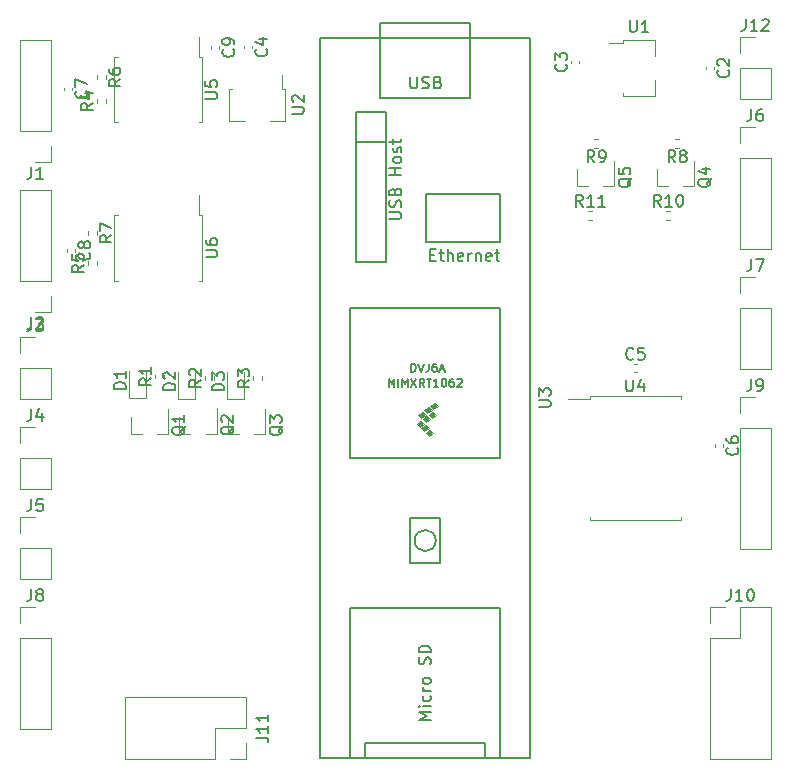
<source format=gbr>
%TF.GenerationSoftware,KiCad,Pcbnew,(5.1.9-0-10_14)*%
%TF.CreationDate,2021-04-06T21:39:04+02:00*%
%TF.ProjectId,Silviaduino,53696c76-6961-4647-9569-6e6f2e6b6963,rev?*%
%TF.SameCoordinates,Original*%
%TF.FileFunction,Legend,Top*%
%TF.FilePolarity,Positive*%
%FSLAX46Y46*%
G04 Gerber Fmt 4.6, Leading zero omitted, Abs format (unit mm)*
G04 Created by KiCad (PCBNEW (5.1.9-0-10_14)) date 2021-04-06 21:39:04*
%MOMM*%
%LPD*%
G01*
G04 APERTURE LIST*
%ADD10C,0.120000*%
%ADD11C,0.100000*%
%ADD12C,0.150000*%
G04 APERTURE END LIST*
D10*
%TO.C,J1*%
X156270000Y-62544000D02*
X154940000Y-62544000D01*
X156270000Y-61214000D02*
X156270000Y-62544000D01*
X156270000Y-59944000D02*
X153610000Y-59944000D01*
X153610000Y-59944000D02*
X153610000Y-52264000D01*
X156270000Y-59944000D02*
X156270000Y-52264000D01*
X156270000Y-52264000D02*
X153610000Y-52264000D01*
%TO.C,R11*%
X201778359Y-67436000D02*
X202085641Y-67436000D01*
X201778359Y-66676000D02*
X202085641Y-66676000D01*
%TO.C,R10*%
X208382359Y-67436000D02*
X208689641Y-67436000D01*
X208382359Y-66676000D02*
X208689641Y-66676000D01*
%TO.C,R9*%
X202591641Y-60580000D02*
X202284359Y-60580000D01*
X202591641Y-61340000D02*
X202284359Y-61340000D01*
%TO.C,R8*%
X209447641Y-60580000D02*
X209140359Y-60580000D01*
X209447641Y-61340000D02*
X209140359Y-61340000D01*
%TO.C,R7*%
X159386000Y-68426359D02*
X159386000Y-68733641D01*
X160146000Y-68426359D02*
X160146000Y-68733641D01*
%TO.C,R6*%
X160148000Y-55220359D02*
X160148000Y-55527641D01*
X160908000Y-55220359D02*
X160908000Y-55527641D01*
%TO.C,R5*%
X160146000Y-71273641D02*
X160146000Y-70966359D01*
X159386000Y-71273641D02*
X159386000Y-70966359D01*
%TO.C,R4*%
X160908000Y-57557641D02*
X160908000Y-57250359D01*
X160148000Y-57557641D02*
X160148000Y-57250359D01*
%TO.C,R3*%
X174166800Y-81029241D02*
X174166800Y-80721959D01*
X173406800Y-81029241D02*
X173406800Y-80721959D01*
%TO.C,R2*%
X170052000Y-81001841D02*
X170052000Y-80694559D01*
X169292000Y-81001841D02*
X169292000Y-80694559D01*
%TO.C,R1*%
X165861000Y-80874841D02*
X165861000Y-80567559D01*
X165101000Y-80874841D02*
X165101000Y-80567559D01*
%TO.C,C9*%
X169820000Y-52752164D02*
X169820000Y-52967836D01*
X170540000Y-52752164D02*
X170540000Y-52967836D01*
%TO.C,C8*%
X157628000Y-69968164D02*
X157628000Y-70183836D01*
X158348000Y-69968164D02*
X158348000Y-70183836D01*
%TO.C,C7*%
X157374000Y-56280164D02*
X157374000Y-56495836D01*
X158094000Y-56280164D02*
X158094000Y-56495836D01*
%TO.C,C6*%
X212492000Y-86478164D02*
X212492000Y-86693836D01*
X213212000Y-86478164D02*
X213212000Y-86693836D01*
%TO.C,C5*%
X205632164Y-80370000D02*
X205847836Y-80370000D01*
X205632164Y-79650000D02*
X205847836Y-79650000D01*
%TO.C,C4*%
X172614000Y-52724164D02*
X172614000Y-52939836D01*
X173334000Y-52724164D02*
X173334000Y-52939836D01*
%TO.C,C3*%
X201020000Y-54222836D02*
X201020000Y-54007164D01*
X200300000Y-54222836D02*
X200300000Y-54007164D01*
%TO.C,C2*%
X211730000Y-54502164D02*
X211730000Y-54717836D01*
X212450000Y-54502164D02*
X212450000Y-54717836D01*
%TO.C,J12*%
X214570000Y-52010000D02*
X215900000Y-52010000D01*
X214570000Y-53340000D02*
X214570000Y-52010000D01*
X214570000Y-54610000D02*
X217230000Y-54610000D01*
X217230000Y-54610000D02*
X217230000Y-57210000D01*
X214570000Y-54610000D02*
X214570000Y-57210000D01*
X214570000Y-57210000D02*
X217230000Y-57210000D01*
%TO.C,U6*%
X168789000Y-67090000D02*
X168789000Y-65400000D01*
X169064000Y-67090000D02*
X168789000Y-67090000D01*
X169064000Y-69850000D02*
X169064000Y-67090000D01*
X169064000Y-72610000D02*
X168789000Y-72610000D01*
X169064000Y-69850000D02*
X169064000Y-72610000D01*
X161644000Y-67090000D02*
X161919000Y-67090000D01*
X161644000Y-69850000D02*
X161644000Y-67090000D01*
X161644000Y-72610000D02*
X161919000Y-72610000D01*
X161644000Y-69850000D02*
X161644000Y-72610000D01*
%TO.C,U5*%
X168778000Y-53684000D02*
X168778000Y-51994000D01*
X169053000Y-53684000D02*
X168778000Y-53684000D01*
X169053000Y-56444000D02*
X169053000Y-53684000D01*
X169053000Y-59204000D02*
X168778000Y-59204000D01*
X169053000Y-56444000D02*
X169053000Y-59204000D01*
X161633000Y-53684000D02*
X161908000Y-53684000D01*
X161633000Y-56444000D02*
X161633000Y-53684000D01*
X161633000Y-59204000D02*
X161908000Y-59204000D01*
X161633000Y-56444000D02*
X161633000Y-59204000D01*
%TO.C,U4*%
X201880000Y-82625000D02*
X200065000Y-82625000D01*
X201880000Y-82370000D02*
X201880000Y-82625000D01*
X205740000Y-82370000D02*
X201880000Y-82370000D01*
X209600000Y-82370000D02*
X209600000Y-82625000D01*
X205740000Y-82370000D02*
X209600000Y-82370000D01*
X201880000Y-92890000D02*
X201880000Y-92635000D01*
X205740000Y-92890000D02*
X201880000Y-92890000D01*
X209600000Y-92890000D02*
X209600000Y-92635000D01*
X205740000Y-92890000D02*
X209600000Y-92890000D01*
D11*
%TO.C,U3*%
G36*
X188267000Y-85747000D02*
G01*
X188013000Y-85493000D01*
X188394000Y-85239000D01*
X188648000Y-85493000D01*
X188267000Y-85747000D01*
G37*
X188267000Y-85747000D02*
X188013000Y-85493000D01*
X188394000Y-85239000D01*
X188648000Y-85493000D01*
X188267000Y-85747000D01*
G36*
X187886000Y-85366000D02*
G01*
X187632000Y-85112000D01*
X188013000Y-84858000D01*
X188267000Y-85112000D01*
X187886000Y-85366000D01*
G37*
X187886000Y-85366000D02*
X187632000Y-85112000D01*
X188013000Y-84858000D01*
X188267000Y-85112000D01*
X187886000Y-85366000D01*
G36*
X188648000Y-83461000D02*
G01*
X188394000Y-83207000D01*
X188775000Y-82953000D01*
X189029000Y-83207000D01*
X188648000Y-83461000D01*
G37*
X188648000Y-83461000D02*
X188394000Y-83207000D01*
X188775000Y-82953000D01*
X189029000Y-83207000D01*
X188648000Y-83461000D01*
G36*
X188140000Y-83842000D02*
G01*
X187886000Y-83588000D01*
X188267000Y-83334000D01*
X188521000Y-83588000D01*
X188140000Y-83842000D01*
G37*
X188140000Y-83842000D02*
X187886000Y-83588000D01*
X188267000Y-83334000D01*
X188521000Y-83588000D01*
X188140000Y-83842000D01*
G36*
X187632000Y-84223000D02*
G01*
X187378000Y-83969000D01*
X187759000Y-83715000D01*
X188013000Y-83969000D01*
X187632000Y-84223000D01*
G37*
X187632000Y-84223000D02*
X187378000Y-83969000D01*
X187759000Y-83715000D01*
X188013000Y-83969000D01*
X187632000Y-84223000D01*
G36*
X188521000Y-84223000D02*
G01*
X188267000Y-83969000D01*
X188648000Y-83715000D01*
X188902000Y-83969000D01*
X188521000Y-84223000D01*
G37*
X188521000Y-84223000D02*
X188267000Y-83969000D01*
X188648000Y-83715000D01*
X188902000Y-83969000D01*
X188521000Y-84223000D01*
G36*
X188013000Y-84604000D02*
G01*
X187759000Y-84350000D01*
X188140000Y-84096000D01*
X188394000Y-84350000D01*
X188013000Y-84604000D01*
G37*
X188013000Y-84604000D02*
X187759000Y-84350000D01*
X188140000Y-84096000D01*
X188394000Y-84350000D01*
X188013000Y-84604000D01*
G36*
X187505000Y-84985000D02*
G01*
X187251000Y-84731000D01*
X187632000Y-84477000D01*
X187886000Y-84731000D01*
X187505000Y-84985000D01*
G37*
X187505000Y-84985000D02*
X187251000Y-84731000D01*
X187632000Y-84477000D01*
X187886000Y-84731000D01*
X187505000Y-84985000D01*
D12*
X179070000Y-52070000D02*
X196850000Y-52070000D01*
X179070000Y-113030000D02*
X179070000Y-52070000D01*
X196850000Y-113030000D02*
X179070000Y-113030000D01*
X196850000Y-52070000D02*
X196850000Y-113030000D01*
X184150000Y-57150000D02*
X184150000Y-52070000D01*
X191770000Y-57150000D02*
X191770000Y-52070000D01*
X184150000Y-57150000D02*
X191770000Y-57150000D01*
X191770000Y-50800000D02*
X191770000Y-52070000D01*
X184150000Y-50800000D02*
X191770000Y-50800000D01*
X184150000Y-52070000D02*
X184150000Y-50800000D01*
X194310000Y-113030000D02*
X194310000Y-100330000D01*
X194310000Y-100330000D02*
X181610000Y-100330000D01*
X181610000Y-100330000D02*
X181610000Y-113030000D01*
X193040000Y-113030000D02*
X193040000Y-111760000D01*
X193040000Y-111760000D02*
X182880000Y-111760000D01*
X182880000Y-111760000D02*
X182880000Y-113030000D01*
X189230000Y-96520000D02*
X186690000Y-96520000D01*
X186690000Y-96520000D02*
X186690000Y-92710000D01*
X186690000Y-92710000D02*
X189230000Y-92710000D01*
X189230000Y-92710000D02*
X189230000Y-96520000D01*
X184660800Y-58369200D02*
X184660800Y-71069200D01*
X184660800Y-71069200D02*
X182120800Y-71069200D01*
X182120800Y-71069200D02*
X182120800Y-58369200D01*
X182120800Y-58369200D02*
X184660800Y-58369200D01*
X184660800Y-58369200D02*
X184660800Y-60909200D01*
X184660800Y-60909200D02*
X182120800Y-60909200D01*
X194061600Y-65300000D02*
X188061600Y-65300000D01*
X188061600Y-65300000D02*
X188061600Y-69300000D01*
X188061600Y-69300000D02*
X194311600Y-69300000D01*
X194311600Y-69300000D02*
X194311600Y-65300000D01*
X194311600Y-65300000D02*
X194061600Y-65300000D01*
X181610000Y-74930000D02*
X181610000Y-87630000D01*
X181610000Y-87630000D02*
X194310000Y-87630000D01*
X194310000Y-87630000D02*
X194310000Y-74930000D01*
X194310000Y-74930000D02*
X181610000Y-74930000D01*
X188858026Y-94615000D02*
G75*
G03*
X188858026Y-94615000I-898026J0D01*
G01*
D10*
%TO.C,U2*%
X171376000Y-56344000D02*
X171606000Y-56344000D01*
X176096000Y-56344000D02*
X175866000Y-56344000D01*
X176096000Y-56344000D02*
X176096000Y-59064000D01*
X176096000Y-59064000D02*
X174786000Y-59064000D01*
X175866000Y-55204000D02*
X175866000Y-56344000D01*
X171376000Y-59064000D02*
X171376000Y-56344000D01*
X172686000Y-59064000D02*
X171376000Y-59064000D01*
%TO.C,U1*%
X204680000Y-56970000D02*
X204680000Y-56740000D01*
X204680000Y-52250000D02*
X204680000Y-52480000D01*
X204680000Y-52250000D02*
X207400000Y-52250000D01*
X207400000Y-52250000D02*
X207400000Y-53560000D01*
X203540000Y-52480000D02*
X204680000Y-52480000D01*
X207400000Y-56970000D02*
X204680000Y-56970000D01*
X207400000Y-55660000D02*
X207400000Y-56970000D01*
%TO.C,Q5*%
X200790000Y-64602000D02*
X200790000Y-63142000D01*
X203950000Y-64602000D02*
X203950000Y-62442000D01*
X203950000Y-64602000D02*
X203020000Y-64602000D01*
X200790000Y-64602000D02*
X201720000Y-64602000D01*
%TO.C,Q4*%
X207552000Y-64602000D02*
X207552000Y-63142000D01*
X210712000Y-64602000D02*
X210712000Y-62442000D01*
X210712000Y-64602000D02*
X209782000Y-64602000D01*
X207552000Y-64602000D02*
X208482000Y-64602000D01*
%TO.C,Q3*%
X171267000Y-85596000D02*
X171267000Y-84136000D01*
X174427000Y-85596000D02*
X174427000Y-83436000D01*
X174427000Y-85596000D02*
X173497000Y-85596000D01*
X171267000Y-85596000D02*
X172197000Y-85596000D01*
%TO.C,Q2*%
X167142000Y-85580000D02*
X167142000Y-84120000D01*
X170302000Y-85580000D02*
X170302000Y-83420000D01*
X170302000Y-85580000D02*
X169372000Y-85580000D01*
X167142000Y-85580000D02*
X168072000Y-85580000D01*
%TO.C,Q1*%
X163012000Y-85596000D02*
X163012000Y-84136000D01*
X166172000Y-85596000D02*
X166172000Y-83436000D01*
X166172000Y-85596000D02*
X165242000Y-85596000D01*
X163012000Y-85596000D02*
X163942000Y-85596000D01*
%TO.C,J11*%
X172780000Y-111760000D02*
X172780000Y-113090000D01*
X172780000Y-113090000D02*
X171450000Y-113090000D01*
X172780000Y-110490000D02*
X170180000Y-110490000D01*
X170180000Y-110490000D02*
X170180000Y-113090000D01*
X170180000Y-113090000D02*
X162500000Y-113090000D01*
X162500000Y-107890000D02*
X162500000Y-113090000D01*
X172780000Y-107890000D02*
X162500000Y-107890000D01*
X172780000Y-107890000D02*
X172780000Y-110490000D01*
%TO.C,J10*%
X212030000Y-100270000D02*
X213360000Y-100270000D01*
X212030000Y-101600000D02*
X212030000Y-100270000D01*
X214630000Y-100270000D02*
X217230000Y-100270000D01*
X214630000Y-102870000D02*
X214630000Y-100270000D01*
X212030000Y-102870000D02*
X214630000Y-102870000D01*
X217230000Y-100270000D02*
X217230000Y-113090000D01*
X212030000Y-102870000D02*
X212030000Y-113090000D01*
X212030000Y-113090000D02*
X217230000Y-113090000D01*
%TO.C,J9*%
X214570000Y-82490000D02*
X215900000Y-82490000D01*
X214570000Y-83820000D02*
X214570000Y-82490000D01*
X214570000Y-85090000D02*
X217230000Y-85090000D01*
X217230000Y-85090000D02*
X217230000Y-95310000D01*
X214570000Y-85090000D02*
X214570000Y-95310000D01*
X214570000Y-95310000D02*
X217230000Y-95310000D01*
%TO.C,J8*%
X153610000Y-100270000D02*
X154940000Y-100270000D01*
X153610000Y-101600000D02*
X153610000Y-100270000D01*
X153610000Y-102870000D02*
X156270000Y-102870000D01*
X156270000Y-102870000D02*
X156270000Y-110550000D01*
X153610000Y-102870000D02*
X153610000Y-110550000D01*
X153610000Y-110550000D02*
X156270000Y-110550000D01*
%TO.C,J7*%
X214570000Y-72330000D02*
X215900000Y-72330000D01*
X214570000Y-73660000D02*
X214570000Y-72330000D01*
X214570000Y-74930000D02*
X217230000Y-74930000D01*
X217230000Y-74930000D02*
X217230000Y-80070000D01*
X214570000Y-74930000D02*
X214570000Y-80070000D01*
X214570000Y-80070000D02*
X217230000Y-80070000D01*
%TO.C,J6*%
X214570000Y-59630000D02*
X215900000Y-59630000D01*
X214570000Y-60960000D02*
X214570000Y-59630000D01*
X214570000Y-62230000D02*
X217230000Y-62230000D01*
X217230000Y-62230000D02*
X217230000Y-69910000D01*
X214570000Y-62230000D02*
X214570000Y-69910000D01*
X214570000Y-69910000D02*
X217230000Y-69910000D01*
%TO.C,J5*%
X153610000Y-92650000D02*
X154940000Y-92650000D01*
X153610000Y-93980000D02*
X153610000Y-92650000D01*
X153610000Y-95250000D02*
X156270000Y-95250000D01*
X156270000Y-95250000D02*
X156270000Y-97850000D01*
X153610000Y-95250000D02*
X153610000Y-97850000D01*
X153610000Y-97850000D02*
X156270000Y-97850000D01*
%TO.C,J4*%
X153610000Y-85030000D02*
X154940000Y-85030000D01*
X153610000Y-86360000D02*
X153610000Y-85030000D01*
X153610000Y-87630000D02*
X156270000Y-87630000D01*
X156270000Y-87630000D02*
X156270000Y-90230000D01*
X153610000Y-87630000D02*
X153610000Y-90230000D01*
X153610000Y-90230000D02*
X156270000Y-90230000D01*
%TO.C,J3*%
X153610000Y-77410000D02*
X154940000Y-77410000D01*
X153610000Y-78740000D02*
X153610000Y-77410000D01*
X153610000Y-80010000D02*
X156270000Y-80010000D01*
X156270000Y-80010000D02*
X156270000Y-82610000D01*
X153610000Y-80010000D02*
X153610000Y-82610000D01*
X153610000Y-82610000D02*
X156270000Y-82610000D01*
%TO.C,J2*%
X156270000Y-75244000D02*
X154940000Y-75244000D01*
X156270000Y-73914000D02*
X156270000Y-75244000D01*
X156270000Y-72644000D02*
X153610000Y-72644000D01*
X153610000Y-72644000D02*
X153610000Y-64964000D01*
X156270000Y-72644000D02*
X156270000Y-64964000D01*
X156270000Y-64964000D02*
X153610000Y-64964000D01*
%TO.C,D3*%
X172642200Y-82638100D02*
X172642200Y-80353100D01*
X171172200Y-82638100D02*
X172642200Y-82638100D01*
X171172200Y-80353100D02*
X171172200Y-82638100D01*
%TO.C,D2*%
X168502000Y-82612500D02*
X168502000Y-80327500D01*
X167032000Y-82612500D02*
X168502000Y-82612500D01*
X167032000Y-80327500D02*
X167032000Y-82612500D01*
%TO.C,D1*%
X164311000Y-82511000D02*
X164311000Y-80226000D01*
X162841000Y-82511000D02*
X164311000Y-82511000D01*
X162841000Y-80226000D02*
X162841000Y-82511000D01*
%TO.C,J1*%
D12*
X154606666Y-62996380D02*
X154606666Y-63710666D01*
X154559047Y-63853523D01*
X154463809Y-63948761D01*
X154320952Y-63996380D01*
X154225714Y-63996380D01*
X155606666Y-63996380D02*
X155035238Y-63996380D01*
X155320952Y-63996380D02*
X155320952Y-62996380D01*
X155225714Y-63139238D01*
X155130476Y-63234476D01*
X155035238Y-63282095D01*
%TO.C,R11*%
X201289142Y-66338380D02*
X200955809Y-65862190D01*
X200717714Y-66338380D02*
X200717714Y-65338380D01*
X201098666Y-65338380D01*
X201193904Y-65386000D01*
X201241523Y-65433619D01*
X201289142Y-65528857D01*
X201289142Y-65671714D01*
X201241523Y-65766952D01*
X201193904Y-65814571D01*
X201098666Y-65862190D01*
X200717714Y-65862190D01*
X202241523Y-66338380D02*
X201670095Y-66338380D01*
X201955809Y-66338380D02*
X201955809Y-65338380D01*
X201860571Y-65481238D01*
X201765333Y-65576476D01*
X201670095Y-65624095D01*
X203193904Y-66338380D02*
X202622476Y-66338380D01*
X202908190Y-66338380D02*
X202908190Y-65338380D01*
X202812952Y-65481238D01*
X202717714Y-65576476D01*
X202622476Y-65624095D01*
%TO.C,R10*%
X207893142Y-66338380D02*
X207559809Y-65862190D01*
X207321714Y-66338380D02*
X207321714Y-65338380D01*
X207702666Y-65338380D01*
X207797904Y-65386000D01*
X207845523Y-65433619D01*
X207893142Y-65528857D01*
X207893142Y-65671714D01*
X207845523Y-65766952D01*
X207797904Y-65814571D01*
X207702666Y-65862190D01*
X207321714Y-65862190D01*
X208845523Y-66338380D02*
X208274095Y-66338380D01*
X208559809Y-66338380D02*
X208559809Y-65338380D01*
X208464571Y-65481238D01*
X208369333Y-65576476D01*
X208274095Y-65624095D01*
X209464571Y-65338380D02*
X209559809Y-65338380D01*
X209655047Y-65386000D01*
X209702666Y-65433619D01*
X209750285Y-65528857D01*
X209797904Y-65719333D01*
X209797904Y-65957428D01*
X209750285Y-66147904D01*
X209702666Y-66243142D01*
X209655047Y-66290761D01*
X209559809Y-66338380D01*
X209464571Y-66338380D01*
X209369333Y-66290761D01*
X209321714Y-66243142D01*
X209274095Y-66147904D01*
X209226476Y-65957428D01*
X209226476Y-65719333D01*
X209274095Y-65528857D01*
X209321714Y-65433619D01*
X209369333Y-65386000D01*
X209464571Y-65338380D01*
%TO.C,R9*%
X202271333Y-62582380D02*
X201938000Y-62106190D01*
X201699904Y-62582380D02*
X201699904Y-61582380D01*
X202080857Y-61582380D01*
X202176095Y-61630000D01*
X202223714Y-61677619D01*
X202271333Y-61772857D01*
X202271333Y-61915714D01*
X202223714Y-62010952D01*
X202176095Y-62058571D01*
X202080857Y-62106190D01*
X201699904Y-62106190D01*
X202747523Y-62582380D02*
X202938000Y-62582380D01*
X203033238Y-62534761D01*
X203080857Y-62487142D01*
X203176095Y-62344285D01*
X203223714Y-62153809D01*
X203223714Y-61772857D01*
X203176095Y-61677619D01*
X203128476Y-61630000D01*
X203033238Y-61582380D01*
X202842761Y-61582380D01*
X202747523Y-61630000D01*
X202699904Y-61677619D01*
X202652285Y-61772857D01*
X202652285Y-62010952D01*
X202699904Y-62106190D01*
X202747523Y-62153809D01*
X202842761Y-62201428D01*
X203033238Y-62201428D01*
X203128476Y-62153809D01*
X203176095Y-62106190D01*
X203223714Y-62010952D01*
%TO.C,R8*%
X209127333Y-62582380D02*
X208794000Y-62106190D01*
X208555904Y-62582380D02*
X208555904Y-61582380D01*
X208936857Y-61582380D01*
X209032095Y-61630000D01*
X209079714Y-61677619D01*
X209127333Y-61772857D01*
X209127333Y-61915714D01*
X209079714Y-62010952D01*
X209032095Y-62058571D01*
X208936857Y-62106190D01*
X208555904Y-62106190D01*
X209698761Y-62010952D02*
X209603523Y-61963333D01*
X209555904Y-61915714D01*
X209508285Y-61820476D01*
X209508285Y-61772857D01*
X209555904Y-61677619D01*
X209603523Y-61630000D01*
X209698761Y-61582380D01*
X209889238Y-61582380D01*
X209984476Y-61630000D01*
X210032095Y-61677619D01*
X210079714Y-61772857D01*
X210079714Y-61820476D01*
X210032095Y-61915714D01*
X209984476Y-61963333D01*
X209889238Y-62010952D01*
X209698761Y-62010952D01*
X209603523Y-62058571D01*
X209555904Y-62106190D01*
X209508285Y-62201428D01*
X209508285Y-62391904D01*
X209555904Y-62487142D01*
X209603523Y-62534761D01*
X209698761Y-62582380D01*
X209889238Y-62582380D01*
X209984476Y-62534761D01*
X210032095Y-62487142D01*
X210079714Y-62391904D01*
X210079714Y-62201428D01*
X210032095Y-62106190D01*
X209984476Y-62058571D01*
X209889238Y-62010952D01*
%TO.C,R7*%
X161388380Y-68746666D02*
X160912190Y-69080000D01*
X161388380Y-69318095D02*
X160388380Y-69318095D01*
X160388380Y-68937142D01*
X160436000Y-68841904D01*
X160483619Y-68794285D01*
X160578857Y-68746666D01*
X160721714Y-68746666D01*
X160816952Y-68794285D01*
X160864571Y-68841904D01*
X160912190Y-68937142D01*
X160912190Y-69318095D01*
X160388380Y-68413333D02*
X160388380Y-67746666D01*
X161388380Y-68175238D01*
%TO.C,R6*%
X162150380Y-55540666D02*
X161674190Y-55874000D01*
X162150380Y-56112095D02*
X161150380Y-56112095D01*
X161150380Y-55731142D01*
X161198000Y-55635904D01*
X161245619Y-55588285D01*
X161340857Y-55540666D01*
X161483714Y-55540666D01*
X161578952Y-55588285D01*
X161626571Y-55635904D01*
X161674190Y-55731142D01*
X161674190Y-56112095D01*
X161150380Y-54683523D02*
X161150380Y-54874000D01*
X161198000Y-54969238D01*
X161245619Y-55016857D01*
X161388476Y-55112095D01*
X161578952Y-55159714D01*
X161959904Y-55159714D01*
X162055142Y-55112095D01*
X162102761Y-55064476D01*
X162150380Y-54969238D01*
X162150380Y-54778761D01*
X162102761Y-54683523D01*
X162055142Y-54635904D01*
X161959904Y-54588285D01*
X161721809Y-54588285D01*
X161626571Y-54635904D01*
X161578952Y-54683523D01*
X161531333Y-54778761D01*
X161531333Y-54969238D01*
X161578952Y-55064476D01*
X161626571Y-55112095D01*
X161721809Y-55159714D01*
%TO.C,R5*%
X159048380Y-71286666D02*
X158572190Y-71620000D01*
X159048380Y-71858095D02*
X158048380Y-71858095D01*
X158048380Y-71477142D01*
X158096000Y-71381904D01*
X158143619Y-71334285D01*
X158238857Y-71286666D01*
X158381714Y-71286666D01*
X158476952Y-71334285D01*
X158524571Y-71381904D01*
X158572190Y-71477142D01*
X158572190Y-71858095D01*
X158048380Y-70381904D02*
X158048380Y-70858095D01*
X158524571Y-70905714D01*
X158476952Y-70858095D01*
X158429333Y-70762857D01*
X158429333Y-70524761D01*
X158476952Y-70429523D01*
X158524571Y-70381904D01*
X158619809Y-70334285D01*
X158857904Y-70334285D01*
X158953142Y-70381904D01*
X159000761Y-70429523D01*
X159048380Y-70524761D01*
X159048380Y-70762857D01*
X159000761Y-70858095D01*
X158953142Y-70905714D01*
%TO.C,R4*%
X159810380Y-57570666D02*
X159334190Y-57904000D01*
X159810380Y-58142095D02*
X158810380Y-58142095D01*
X158810380Y-57761142D01*
X158858000Y-57665904D01*
X158905619Y-57618285D01*
X159000857Y-57570666D01*
X159143714Y-57570666D01*
X159238952Y-57618285D01*
X159286571Y-57665904D01*
X159334190Y-57761142D01*
X159334190Y-58142095D01*
X159143714Y-56713523D02*
X159810380Y-56713523D01*
X158762761Y-56951619D02*
X159477047Y-57189714D01*
X159477047Y-56570666D01*
%TO.C,R3*%
X173069180Y-81042266D02*
X172592990Y-81375600D01*
X173069180Y-81613695D02*
X172069180Y-81613695D01*
X172069180Y-81232742D01*
X172116800Y-81137504D01*
X172164419Y-81089885D01*
X172259657Y-81042266D01*
X172402514Y-81042266D01*
X172497752Y-81089885D01*
X172545371Y-81137504D01*
X172592990Y-81232742D01*
X172592990Y-81613695D01*
X172069180Y-80708933D02*
X172069180Y-80089885D01*
X172450133Y-80423219D01*
X172450133Y-80280361D01*
X172497752Y-80185123D01*
X172545371Y-80137504D01*
X172640609Y-80089885D01*
X172878704Y-80089885D01*
X172973942Y-80137504D01*
X173021561Y-80185123D01*
X173069180Y-80280361D01*
X173069180Y-80566076D01*
X173021561Y-80661314D01*
X172973942Y-80708933D01*
%TO.C,R2*%
X168954380Y-81014866D02*
X168478190Y-81348200D01*
X168954380Y-81586295D02*
X167954380Y-81586295D01*
X167954380Y-81205342D01*
X168002000Y-81110104D01*
X168049619Y-81062485D01*
X168144857Y-81014866D01*
X168287714Y-81014866D01*
X168382952Y-81062485D01*
X168430571Y-81110104D01*
X168478190Y-81205342D01*
X168478190Y-81586295D01*
X168049619Y-80633914D02*
X168002000Y-80586295D01*
X167954380Y-80491057D01*
X167954380Y-80252961D01*
X168002000Y-80157723D01*
X168049619Y-80110104D01*
X168144857Y-80062485D01*
X168240095Y-80062485D01*
X168382952Y-80110104D01*
X168954380Y-80681533D01*
X168954380Y-80062485D01*
%TO.C,R1*%
X164763380Y-80887866D02*
X164287190Y-81221200D01*
X164763380Y-81459295D02*
X163763380Y-81459295D01*
X163763380Y-81078342D01*
X163811000Y-80983104D01*
X163858619Y-80935485D01*
X163953857Y-80887866D01*
X164096714Y-80887866D01*
X164191952Y-80935485D01*
X164239571Y-80983104D01*
X164287190Y-81078342D01*
X164287190Y-81459295D01*
X164763380Y-79935485D02*
X164763380Y-80506914D01*
X164763380Y-80221200D02*
X163763380Y-80221200D01*
X163906238Y-80316438D01*
X164001476Y-80411676D01*
X164049095Y-80506914D01*
%TO.C,C9*%
X171697142Y-53026666D02*
X171744761Y-53074285D01*
X171792380Y-53217142D01*
X171792380Y-53312380D01*
X171744761Y-53455238D01*
X171649523Y-53550476D01*
X171554285Y-53598095D01*
X171363809Y-53645714D01*
X171220952Y-53645714D01*
X171030476Y-53598095D01*
X170935238Y-53550476D01*
X170840000Y-53455238D01*
X170792380Y-53312380D01*
X170792380Y-53217142D01*
X170840000Y-53074285D01*
X170887619Y-53026666D01*
X171792380Y-52550476D02*
X171792380Y-52360000D01*
X171744761Y-52264761D01*
X171697142Y-52217142D01*
X171554285Y-52121904D01*
X171363809Y-52074285D01*
X170982857Y-52074285D01*
X170887619Y-52121904D01*
X170840000Y-52169523D01*
X170792380Y-52264761D01*
X170792380Y-52455238D01*
X170840000Y-52550476D01*
X170887619Y-52598095D01*
X170982857Y-52645714D01*
X171220952Y-52645714D01*
X171316190Y-52598095D01*
X171363809Y-52550476D01*
X171411428Y-52455238D01*
X171411428Y-52264761D01*
X171363809Y-52169523D01*
X171316190Y-52121904D01*
X171220952Y-52074285D01*
%TO.C,C8*%
X159505142Y-70242666D02*
X159552761Y-70290285D01*
X159600380Y-70433142D01*
X159600380Y-70528380D01*
X159552761Y-70671238D01*
X159457523Y-70766476D01*
X159362285Y-70814095D01*
X159171809Y-70861714D01*
X159028952Y-70861714D01*
X158838476Y-70814095D01*
X158743238Y-70766476D01*
X158648000Y-70671238D01*
X158600380Y-70528380D01*
X158600380Y-70433142D01*
X158648000Y-70290285D01*
X158695619Y-70242666D01*
X159028952Y-69671238D02*
X158981333Y-69766476D01*
X158933714Y-69814095D01*
X158838476Y-69861714D01*
X158790857Y-69861714D01*
X158695619Y-69814095D01*
X158648000Y-69766476D01*
X158600380Y-69671238D01*
X158600380Y-69480761D01*
X158648000Y-69385523D01*
X158695619Y-69337904D01*
X158790857Y-69290285D01*
X158838476Y-69290285D01*
X158933714Y-69337904D01*
X158981333Y-69385523D01*
X159028952Y-69480761D01*
X159028952Y-69671238D01*
X159076571Y-69766476D01*
X159124190Y-69814095D01*
X159219428Y-69861714D01*
X159409904Y-69861714D01*
X159505142Y-69814095D01*
X159552761Y-69766476D01*
X159600380Y-69671238D01*
X159600380Y-69480761D01*
X159552761Y-69385523D01*
X159505142Y-69337904D01*
X159409904Y-69290285D01*
X159219428Y-69290285D01*
X159124190Y-69337904D01*
X159076571Y-69385523D01*
X159028952Y-69480761D01*
%TO.C,C7*%
X159251142Y-56554666D02*
X159298761Y-56602285D01*
X159346380Y-56745142D01*
X159346380Y-56840380D01*
X159298761Y-56983238D01*
X159203523Y-57078476D01*
X159108285Y-57126095D01*
X158917809Y-57173714D01*
X158774952Y-57173714D01*
X158584476Y-57126095D01*
X158489238Y-57078476D01*
X158394000Y-56983238D01*
X158346380Y-56840380D01*
X158346380Y-56745142D01*
X158394000Y-56602285D01*
X158441619Y-56554666D01*
X158346380Y-56221333D02*
X158346380Y-55554666D01*
X159346380Y-55983238D01*
%TO.C,C6*%
X214369142Y-86752666D02*
X214416761Y-86800285D01*
X214464380Y-86943142D01*
X214464380Y-87038380D01*
X214416761Y-87181238D01*
X214321523Y-87276476D01*
X214226285Y-87324095D01*
X214035809Y-87371714D01*
X213892952Y-87371714D01*
X213702476Y-87324095D01*
X213607238Y-87276476D01*
X213512000Y-87181238D01*
X213464380Y-87038380D01*
X213464380Y-86943142D01*
X213512000Y-86800285D01*
X213559619Y-86752666D01*
X213464380Y-85895523D02*
X213464380Y-86086000D01*
X213512000Y-86181238D01*
X213559619Y-86228857D01*
X213702476Y-86324095D01*
X213892952Y-86371714D01*
X214273904Y-86371714D01*
X214369142Y-86324095D01*
X214416761Y-86276476D01*
X214464380Y-86181238D01*
X214464380Y-85990761D01*
X214416761Y-85895523D01*
X214369142Y-85847904D01*
X214273904Y-85800285D01*
X214035809Y-85800285D01*
X213940571Y-85847904D01*
X213892952Y-85895523D01*
X213845333Y-85990761D01*
X213845333Y-86181238D01*
X213892952Y-86276476D01*
X213940571Y-86324095D01*
X214035809Y-86371714D01*
%TO.C,C5*%
X205573333Y-79207142D02*
X205525714Y-79254761D01*
X205382857Y-79302380D01*
X205287619Y-79302380D01*
X205144761Y-79254761D01*
X205049523Y-79159523D01*
X205001904Y-79064285D01*
X204954285Y-78873809D01*
X204954285Y-78730952D01*
X205001904Y-78540476D01*
X205049523Y-78445238D01*
X205144761Y-78350000D01*
X205287619Y-78302380D01*
X205382857Y-78302380D01*
X205525714Y-78350000D01*
X205573333Y-78397619D01*
X206478095Y-78302380D02*
X206001904Y-78302380D01*
X205954285Y-78778571D01*
X206001904Y-78730952D01*
X206097142Y-78683333D01*
X206335238Y-78683333D01*
X206430476Y-78730952D01*
X206478095Y-78778571D01*
X206525714Y-78873809D01*
X206525714Y-79111904D01*
X206478095Y-79207142D01*
X206430476Y-79254761D01*
X206335238Y-79302380D01*
X206097142Y-79302380D01*
X206001904Y-79254761D01*
X205954285Y-79207142D01*
%TO.C,C4*%
X174491142Y-52998666D02*
X174538761Y-53046285D01*
X174586380Y-53189142D01*
X174586380Y-53284380D01*
X174538761Y-53427238D01*
X174443523Y-53522476D01*
X174348285Y-53570095D01*
X174157809Y-53617714D01*
X174014952Y-53617714D01*
X173824476Y-53570095D01*
X173729238Y-53522476D01*
X173634000Y-53427238D01*
X173586380Y-53284380D01*
X173586380Y-53189142D01*
X173634000Y-53046285D01*
X173681619Y-52998666D01*
X173919714Y-52141523D02*
X174586380Y-52141523D01*
X173538761Y-52379619D02*
X174253047Y-52617714D01*
X174253047Y-51998666D01*
%TO.C,C3*%
X199857142Y-54281666D02*
X199904761Y-54329285D01*
X199952380Y-54472142D01*
X199952380Y-54567380D01*
X199904761Y-54710238D01*
X199809523Y-54805476D01*
X199714285Y-54853095D01*
X199523809Y-54900714D01*
X199380952Y-54900714D01*
X199190476Y-54853095D01*
X199095238Y-54805476D01*
X199000000Y-54710238D01*
X198952380Y-54567380D01*
X198952380Y-54472142D01*
X199000000Y-54329285D01*
X199047619Y-54281666D01*
X198952380Y-53948333D02*
X198952380Y-53329285D01*
X199333333Y-53662619D01*
X199333333Y-53519761D01*
X199380952Y-53424523D01*
X199428571Y-53376904D01*
X199523809Y-53329285D01*
X199761904Y-53329285D01*
X199857142Y-53376904D01*
X199904761Y-53424523D01*
X199952380Y-53519761D01*
X199952380Y-53805476D01*
X199904761Y-53900714D01*
X199857142Y-53948333D01*
%TO.C,C2*%
X213607142Y-54776666D02*
X213654761Y-54824285D01*
X213702380Y-54967142D01*
X213702380Y-55062380D01*
X213654761Y-55205238D01*
X213559523Y-55300476D01*
X213464285Y-55348095D01*
X213273809Y-55395714D01*
X213130952Y-55395714D01*
X212940476Y-55348095D01*
X212845238Y-55300476D01*
X212750000Y-55205238D01*
X212702380Y-55062380D01*
X212702380Y-54967142D01*
X212750000Y-54824285D01*
X212797619Y-54776666D01*
X212797619Y-54395714D02*
X212750000Y-54348095D01*
X212702380Y-54252857D01*
X212702380Y-54014761D01*
X212750000Y-53919523D01*
X212797619Y-53871904D01*
X212892857Y-53824285D01*
X212988095Y-53824285D01*
X213130952Y-53871904D01*
X213702380Y-54443333D01*
X213702380Y-53824285D01*
%TO.C,J12*%
X215090476Y-50462380D02*
X215090476Y-51176666D01*
X215042857Y-51319523D01*
X214947619Y-51414761D01*
X214804761Y-51462380D01*
X214709523Y-51462380D01*
X216090476Y-51462380D02*
X215519047Y-51462380D01*
X215804761Y-51462380D02*
X215804761Y-50462380D01*
X215709523Y-50605238D01*
X215614285Y-50700476D01*
X215519047Y-50748095D01*
X216471428Y-50557619D02*
X216519047Y-50510000D01*
X216614285Y-50462380D01*
X216852380Y-50462380D01*
X216947619Y-50510000D01*
X216995238Y-50557619D01*
X217042857Y-50652857D01*
X217042857Y-50748095D01*
X216995238Y-50890952D01*
X216423809Y-51462380D01*
X217042857Y-51462380D01*
%TO.C,U6*%
X169356380Y-70611904D02*
X170165904Y-70611904D01*
X170261142Y-70564285D01*
X170308761Y-70516666D01*
X170356380Y-70421428D01*
X170356380Y-70230952D01*
X170308761Y-70135714D01*
X170261142Y-70088095D01*
X170165904Y-70040476D01*
X169356380Y-70040476D01*
X169356380Y-69135714D02*
X169356380Y-69326190D01*
X169404000Y-69421428D01*
X169451619Y-69469047D01*
X169594476Y-69564285D01*
X169784952Y-69611904D01*
X170165904Y-69611904D01*
X170261142Y-69564285D01*
X170308761Y-69516666D01*
X170356380Y-69421428D01*
X170356380Y-69230952D01*
X170308761Y-69135714D01*
X170261142Y-69088095D01*
X170165904Y-69040476D01*
X169927809Y-69040476D01*
X169832571Y-69088095D01*
X169784952Y-69135714D01*
X169737333Y-69230952D01*
X169737333Y-69421428D01*
X169784952Y-69516666D01*
X169832571Y-69564285D01*
X169927809Y-69611904D01*
%TO.C,U5*%
X169345380Y-57205904D02*
X170154904Y-57205904D01*
X170250142Y-57158285D01*
X170297761Y-57110666D01*
X170345380Y-57015428D01*
X170345380Y-56824952D01*
X170297761Y-56729714D01*
X170250142Y-56682095D01*
X170154904Y-56634476D01*
X169345380Y-56634476D01*
X169345380Y-55682095D02*
X169345380Y-56158285D01*
X169821571Y-56205904D01*
X169773952Y-56158285D01*
X169726333Y-56063047D01*
X169726333Y-55824952D01*
X169773952Y-55729714D01*
X169821571Y-55682095D01*
X169916809Y-55634476D01*
X170154904Y-55634476D01*
X170250142Y-55682095D01*
X170297761Y-55729714D01*
X170345380Y-55824952D01*
X170345380Y-56063047D01*
X170297761Y-56158285D01*
X170250142Y-56205904D01*
%TO.C,U4*%
X204978095Y-80982380D02*
X204978095Y-81791904D01*
X205025714Y-81887142D01*
X205073333Y-81934761D01*
X205168571Y-81982380D01*
X205359047Y-81982380D01*
X205454285Y-81934761D01*
X205501904Y-81887142D01*
X205549523Y-81791904D01*
X205549523Y-80982380D01*
X206454285Y-81315714D02*
X206454285Y-81982380D01*
X206216190Y-80934761D02*
X205978095Y-81649047D01*
X206597142Y-81649047D01*
%TO.C,U3*%
X197572380Y-83311904D02*
X198381904Y-83311904D01*
X198477142Y-83264285D01*
X198524761Y-83216666D01*
X198572380Y-83121428D01*
X198572380Y-82930952D01*
X198524761Y-82835714D01*
X198477142Y-82788095D01*
X198381904Y-82740476D01*
X197572380Y-82740476D01*
X197572380Y-82359523D02*
X197572380Y-81740476D01*
X197953333Y-82073809D01*
X197953333Y-81930952D01*
X198000952Y-81835714D01*
X198048571Y-81788095D01*
X198143809Y-81740476D01*
X198381904Y-81740476D01*
X198477142Y-81788095D01*
X198524761Y-81835714D01*
X198572380Y-81930952D01*
X198572380Y-82216666D01*
X198524761Y-82311904D01*
X198477142Y-82359523D01*
X184923180Y-67393723D02*
X185732704Y-67393723D01*
X185827942Y-67346104D01*
X185875561Y-67298485D01*
X185923180Y-67203247D01*
X185923180Y-67012771D01*
X185875561Y-66917533D01*
X185827942Y-66869914D01*
X185732704Y-66822295D01*
X184923180Y-66822295D01*
X185875561Y-66393723D02*
X185923180Y-66250866D01*
X185923180Y-66012771D01*
X185875561Y-65917533D01*
X185827942Y-65869914D01*
X185732704Y-65822295D01*
X185637466Y-65822295D01*
X185542228Y-65869914D01*
X185494609Y-65917533D01*
X185446990Y-66012771D01*
X185399371Y-66203247D01*
X185351752Y-66298485D01*
X185304133Y-66346104D01*
X185208895Y-66393723D01*
X185113657Y-66393723D01*
X185018419Y-66346104D01*
X184970800Y-66298485D01*
X184923180Y-66203247D01*
X184923180Y-65965152D01*
X184970800Y-65822295D01*
X185399371Y-65060390D02*
X185446990Y-64917533D01*
X185494609Y-64869914D01*
X185589847Y-64822295D01*
X185732704Y-64822295D01*
X185827942Y-64869914D01*
X185875561Y-64917533D01*
X185923180Y-65012771D01*
X185923180Y-65393723D01*
X184923180Y-65393723D01*
X184923180Y-65060390D01*
X184970800Y-64965152D01*
X185018419Y-64917533D01*
X185113657Y-64869914D01*
X185208895Y-64869914D01*
X185304133Y-64917533D01*
X185351752Y-64965152D01*
X185399371Y-65060390D01*
X185399371Y-65393723D01*
X185923180Y-63631819D02*
X184923180Y-63631819D01*
X185399371Y-63631819D02*
X185399371Y-63060390D01*
X185923180Y-63060390D02*
X184923180Y-63060390D01*
X185923180Y-62441342D02*
X185875561Y-62536580D01*
X185827942Y-62584200D01*
X185732704Y-62631819D01*
X185446990Y-62631819D01*
X185351752Y-62584200D01*
X185304133Y-62536580D01*
X185256514Y-62441342D01*
X185256514Y-62298485D01*
X185304133Y-62203247D01*
X185351752Y-62155628D01*
X185446990Y-62108009D01*
X185732704Y-62108009D01*
X185827942Y-62155628D01*
X185875561Y-62203247D01*
X185923180Y-62298485D01*
X185923180Y-62441342D01*
X185875561Y-61727057D02*
X185923180Y-61631819D01*
X185923180Y-61441342D01*
X185875561Y-61346104D01*
X185780323Y-61298485D01*
X185732704Y-61298485D01*
X185637466Y-61346104D01*
X185589847Y-61441342D01*
X185589847Y-61584200D01*
X185542228Y-61679438D01*
X185446990Y-61727057D01*
X185399371Y-61727057D01*
X185304133Y-61679438D01*
X185256514Y-61584200D01*
X185256514Y-61441342D01*
X185304133Y-61346104D01*
X185256514Y-61012771D02*
X185256514Y-60631819D01*
X184923180Y-60869914D02*
X185780323Y-60869914D01*
X185875561Y-60822295D01*
X185923180Y-60727057D01*
X185923180Y-60631819D01*
X188379457Y-70413571D02*
X188712790Y-70413571D01*
X188855647Y-70937380D02*
X188379457Y-70937380D01*
X188379457Y-69937380D01*
X188855647Y-69937380D01*
X189141361Y-70270714D02*
X189522314Y-70270714D01*
X189284219Y-69937380D02*
X189284219Y-70794523D01*
X189331838Y-70889761D01*
X189427076Y-70937380D01*
X189522314Y-70937380D01*
X189855647Y-70937380D02*
X189855647Y-69937380D01*
X190284219Y-70937380D02*
X190284219Y-70413571D01*
X190236600Y-70318333D01*
X190141361Y-70270714D01*
X189998504Y-70270714D01*
X189903266Y-70318333D01*
X189855647Y-70365952D01*
X191141361Y-70889761D02*
X191046123Y-70937380D01*
X190855647Y-70937380D01*
X190760409Y-70889761D01*
X190712790Y-70794523D01*
X190712790Y-70413571D01*
X190760409Y-70318333D01*
X190855647Y-70270714D01*
X191046123Y-70270714D01*
X191141361Y-70318333D01*
X191188980Y-70413571D01*
X191188980Y-70508809D01*
X190712790Y-70604047D01*
X191617552Y-70937380D02*
X191617552Y-70270714D01*
X191617552Y-70461190D02*
X191665171Y-70365952D01*
X191712790Y-70318333D01*
X191808028Y-70270714D01*
X191903266Y-70270714D01*
X192236600Y-70270714D02*
X192236600Y-70937380D01*
X192236600Y-70365952D02*
X192284219Y-70318333D01*
X192379457Y-70270714D01*
X192522314Y-70270714D01*
X192617552Y-70318333D01*
X192665171Y-70413571D01*
X192665171Y-70937380D01*
X193522314Y-70889761D02*
X193427076Y-70937380D01*
X193236600Y-70937380D01*
X193141361Y-70889761D01*
X193093742Y-70794523D01*
X193093742Y-70413571D01*
X193141361Y-70318333D01*
X193236600Y-70270714D01*
X193427076Y-70270714D01*
X193522314Y-70318333D01*
X193569933Y-70413571D01*
X193569933Y-70508809D01*
X193093742Y-70604047D01*
X193855647Y-70270714D02*
X194236600Y-70270714D01*
X193998504Y-69937380D02*
X193998504Y-70794523D01*
X194046123Y-70889761D01*
X194141361Y-70937380D01*
X194236600Y-70937380D01*
X186698095Y-55332380D02*
X186698095Y-56141904D01*
X186745714Y-56237142D01*
X186793333Y-56284761D01*
X186888571Y-56332380D01*
X187079047Y-56332380D01*
X187174285Y-56284761D01*
X187221904Y-56237142D01*
X187269523Y-56141904D01*
X187269523Y-55332380D01*
X187698095Y-56284761D02*
X187840952Y-56332380D01*
X188079047Y-56332380D01*
X188174285Y-56284761D01*
X188221904Y-56237142D01*
X188269523Y-56141904D01*
X188269523Y-56046666D01*
X188221904Y-55951428D01*
X188174285Y-55903809D01*
X188079047Y-55856190D01*
X187888571Y-55808571D01*
X187793333Y-55760952D01*
X187745714Y-55713333D01*
X187698095Y-55618095D01*
X187698095Y-55522857D01*
X187745714Y-55427619D01*
X187793333Y-55380000D01*
X187888571Y-55332380D01*
X188126666Y-55332380D01*
X188269523Y-55380000D01*
X189031428Y-55808571D02*
X189174285Y-55856190D01*
X189221904Y-55903809D01*
X189269523Y-55999047D01*
X189269523Y-56141904D01*
X189221904Y-56237142D01*
X189174285Y-56284761D01*
X189079047Y-56332380D01*
X188698095Y-56332380D01*
X188698095Y-55332380D01*
X189031428Y-55332380D01*
X189126666Y-55380000D01*
X189174285Y-55427619D01*
X189221904Y-55522857D01*
X189221904Y-55618095D01*
X189174285Y-55713333D01*
X189126666Y-55760952D01*
X189031428Y-55808571D01*
X188698095Y-55808571D01*
X188412380Y-109799047D02*
X187412380Y-109799047D01*
X188126666Y-109465714D01*
X187412380Y-109132380D01*
X188412380Y-109132380D01*
X188412380Y-108656190D02*
X187745714Y-108656190D01*
X187412380Y-108656190D02*
X187460000Y-108703809D01*
X187507619Y-108656190D01*
X187460000Y-108608571D01*
X187412380Y-108656190D01*
X187507619Y-108656190D01*
X188364761Y-107751428D02*
X188412380Y-107846666D01*
X188412380Y-108037142D01*
X188364761Y-108132380D01*
X188317142Y-108180000D01*
X188221904Y-108227619D01*
X187936190Y-108227619D01*
X187840952Y-108180000D01*
X187793333Y-108132380D01*
X187745714Y-108037142D01*
X187745714Y-107846666D01*
X187793333Y-107751428D01*
X188412380Y-107322857D02*
X187745714Y-107322857D01*
X187936190Y-107322857D02*
X187840952Y-107275238D01*
X187793333Y-107227619D01*
X187745714Y-107132380D01*
X187745714Y-107037142D01*
X188412380Y-106560952D02*
X188364761Y-106656190D01*
X188317142Y-106703809D01*
X188221904Y-106751428D01*
X187936190Y-106751428D01*
X187840952Y-106703809D01*
X187793333Y-106656190D01*
X187745714Y-106560952D01*
X187745714Y-106418095D01*
X187793333Y-106322857D01*
X187840952Y-106275238D01*
X187936190Y-106227619D01*
X188221904Y-106227619D01*
X188317142Y-106275238D01*
X188364761Y-106322857D01*
X188412380Y-106418095D01*
X188412380Y-106560952D01*
X188364761Y-105084761D02*
X188412380Y-104941904D01*
X188412380Y-104703809D01*
X188364761Y-104608571D01*
X188317142Y-104560952D01*
X188221904Y-104513333D01*
X188126666Y-104513333D01*
X188031428Y-104560952D01*
X187983809Y-104608571D01*
X187936190Y-104703809D01*
X187888571Y-104894285D01*
X187840952Y-104989523D01*
X187793333Y-105037142D01*
X187698095Y-105084761D01*
X187602857Y-105084761D01*
X187507619Y-105037142D01*
X187460000Y-104989523D01*
X187412380Y-104894285D01*
X187412380Y-104656190D01*
X187460000Y-104513333D01*
X188412380Y-104084761D02*
X187412380Y-104084761D01*
X187412380Y-103846666D01*
X187460000Y-103703809D01*
X187555238Y-103608571D01*
X187650476Y-103560952D01*
X187840952Y-103513333D01*
X187983809Y-103513333D01*
X188174285Y-103560952D01*
X188269523Y-103608571D01*
X188364761Y-103703809D01*
X188412380Y-103846666D01*
X188412380Y-104084761D01*
X184876666Y-81596666D02*
X184876666Y-80896666D01*
X185110000Y-81396666D01*
X185343333Y-80896666D01*
X185343333Y-81596666D01*
X185676666Y-81596666D02*
X185676666Y-80896666D01*
X186010000Y-81596666D02*
X186010000Y-80896666D01*
X186243333Y-81396666D01*
X186476666Y-80896666D01*
X186476666Y-81596666D01*
X186743333Y-80896666D02*
X187210000Y-81596666D01*
X187210000Y-80896666D02*
X186743333Y-81596666D01*
X187876666Y-81596666D02*
X187643333Y-81263333D01*
X187476666Y-81596666D02*
X187476666Y-80896666D01*
X187743333Y-80896666D01*
X187810000Y-80930000D01*
X187843333Y-80963333D01*
X187876666Y-81030000D01*
X187876666Y-81130000D01*
X187843333Y-81196666D01*
X187810000Y-81230000D01*
X187743333Y-81263333D01*
X187476666Y-81263333D01*
X188076666Y-80896666D02*
X188476666Y-80896666D01*
X188276666Y-81596666D02*
X188276666Y-80896666D01*
X189076666Y-81596666D02*
X188676666Y-81596666D01*
X188876666Y-81596666D02*
X188876666Y-80896666D01*
X188810000Y-80996666D01*
X188743333Y-81063333D01*
X188676666Y-81096666D01*
X189510000Y-80896666D02*
X189576666Y-80896666D01*
X189643333Y-80930000D01*
X189676666Y-80963333D01*
X189710000Y-81030000D01*
X189743333Y-81163333D01*
X189743333Y-81330000D01*
X189710000Y-81463333D01*
X189676666Y-81530000D01*
X189643333Y-81563333D01*
X189576666Y-81596666D01*
X189510000Y-81596666D01*
X189443333Y-81563333D01*
X189410000Y-81530000D01*
X189376666Y-81463333D01*
X189343333Y-81330000D01*
X189343333Y-81163333D01*
X189376666Y-81030000D01*
X189410000Y-80963333D01*
X189443333Y-80930000D01*
X189510000Y-80896666D01*
X190343333Y-80896666D02*
X190210000Y-80896666D01*
X190143333Y-80930000D01*
X190110000Y-80963333D01*
X190043333Y-81063333D01*
X190010000Y-81196666D01*
X190010000Y-81463333D01*
X190043333Y-81530000D01*
X190076666Y-81563333D01*
X190143333Y-81596666D01*
X190276666Y-81596666D01*
X190343333Y-81563333D01*
X190376666Y-81530000D01*
X190410000Y-81463333D01*
X190410000Y-81296666D01*
X190376666Y-81230000D01*
X190343333Y-81196666D01*
X190276666Y-81163333D01*
X190143333Y-81163333D01*
X190076666Y-81196666D01*
X190043333Y-81230000D01*
X190010000Y-81296666D01*
X190676666Y-80963333D02*
X190710000Y-80930000D01*
X190776666Y-80896666D01*
X190943333Y-80896666D01*
X191010000Y-80930000D01*
X191043333Y-80963333D01*
X191076666Y-81030000D01*
X191076666Y-81096666D01*
X191043333Y-81196666D01*
X190643333Y-81596666D01*
X191076666Y-81596666D01*
X186756666Y-80326666D02*
X186756666Y-79626666D01*
X186923333Y-79626666D01*
X187023333Y-79660000D01*
X187090000Y-79726666D01*
X187123333Y-79793333D01*
X187156666Y-79926666D01*
X187156666Y-80026666D01*
X187123333Y-80160000D01*
X187090000Y-80226666D01*
X187023333Y-80293333D01*
X186923333Y-80326666D01*
X186756666Y-80326666D01*
X187356666Y-79626666D02*
X187590000Y-80326666D01*
X187823333Y-79626666D01*
X188256666Y-79626666D02*
X188256666Y-80126666D01*
X188223333Y-80226666D01*
X188156666Y-80293333D01*
X188056666Y-80326666D01*
X187990000Y-80326666D01*
X188890000Y-79626666D02*
X188756666Y-79626666D01*
X188690000Y-79660000D01*
X188656666Y-79693333D01*
X188590000Y-79793333D01*
X188556666Y-79926666D01*
X188556666Y-80193333D01*
X188590000Y-80260000D01*
X188623333Y-80293333D01*
X188690000Y-80326666D01*
X188823333Y-80326666D01*
X188890000Y-80293333D01*
X188923333Y-80260000D01*
X188956666Y-80193333D01*
X188956666Y-80026666D01*
X188923333Y-79960000D01*
X188890000Y-79926666D01*
X188823333Y-79893333D01*
X188690000Y-79893333D01*
X188623333Y-79926666D01*
X188590000Y-79960000D01*
X188556666Y-80026666D01*
X189223333Y-80126666D02*
X189556666Y-80126666D01*
X189156666Y-80326666D02*
X189390000Y-79626666D01*
X189623333Y-80326666D01*
%TO.C,U2*%
X176688380Y-58465904D02*
X177497904Y-58465904D01*
X177593142Y-58418285D01*
X177640761Y-58370666D01*
X177688380Y-58275428D01*
X177688380Y-58084952D01*
X177640761Y-57989714D01*
X177593142Y-57942095D01*
X177497904Y-57894476D01*
X176688380Y-57894476D01*
X176783619Y-57465904D02*
X176736000Y-57418285D01*
X176688380Y-57323047D01*
X176688380Y-57084952D01*
X176736000Y-56989714D01*
X176783619Y-56942095D01*
X176878857Y-56894476D01*
X176974095Y-56894476D01*
X177116952Y-56942095D01*
X177688380Y-57513523D01*
X177688380Y-56894476D01*
%TO.C,U1*%
X205278095Y-50562380D02*
X205278095Y-51371904D01*
X205325714Y-51467142D01*
X205373333Y-51514761D01*
X205468571Y-51562380D01*
X205659047Y-51562380D01*
X205754285Y-51514761D01*
X205801904Y-51467142D01*
X205849523Y-51371904D01*
X205849523Y-50562380D01*
X206849523Y-51562380D02*
X206278095Y-51562380D01*
X206563809Y-51562380D02*
X206563809Y-50562380D01*
X206468571Y-50705238D01*
X206373333Y-50800476D01*
X206278095Y-50848095D01*
%TO.C,Q5*%
X205417619Y-63937238D02*
X205370000Y-64032476D01*
X205274761Y-64127714D01*
X205131904Y-64270571D01*
X205084285Y-64365809D01*
X205084285Y-64461047D01*
X205322380Y-64413428D02*
X205274761Y-64508666D01*
X205179523Y-64603904D01*
X204989047Y-64651523D01*
X204655714Y-64651523D01*
X204465238Y-64603904D01*
X204370000Y-64508666D01*
X204322380Y-64413428D01*
X204322380Y-64222952D01*
X204370000Y-64127714D01*
X204465238Y-64032476D01*
X204655714Y-63984857D01*
X204989047Y-63984857D01*
X205179523Y-64032476D01*
X205274761Y-64127714D01*
X205322380Y-64222952D01*
X205322380Y-64413428D01*
X204322380Y-63080095D02*
X204322380Y-63556285D01*
X204798571Y-63603904D01*
X204750952Y-63556285D01*
X204703333Y-63461047D01*
X204703333Y-63222952D01*
X204750952Y-63127714D01*
X204798571Y-63080095D01*
X204893809Y-63032476D01*
X205131904Y-63032476D01*
X205227142Y-63080095D01*
X205274761Y-63127714D01*
X205322380Y-63222952D01*
X205322380Y-63461047D01*
X205274761Y-63556285D01*
X205227142Y-63603904D01*
%TO.C,Q4*%
X212179619Y-63937238D02*
X212132000Y-64032476D01*
X212036761Y-64127714D01*
X211893904Y-64270571D01*
X211846285Y-64365809D01*
X211846285Y-64461047D01*
X212084380Y-64413428D02*
X212036761Y-64508666D01*
X211941523Y-64603904D01*
X211751047Y-64651523D01*
X211417714Y-64651523D01*
X211227238Y-64603904D01*
X211132000Y-64508666D01*
X211084380Y-64413428D01*
X211084380Y-64222952D01*
X211132000Y-64127714D01*
X211227238Y-64032476D01*
X211417714Y-63984857D01*
X211751047Y-63984857D01*
X211941523Y-64032476D01*
X212036761Y-64127714D01*
X212084380Y-64222952D01*
X212084380Y-64413428D01*
X211417714Y-63127714D02*
X212084380Y-63127714D01*
X211036761Y-63365809D02*
X211751047Y-63603904D01*
X211751047Y-62984857D01*
%TO.C,Q3*%
X175894619Y-84931238D02*
X175847000Y-85026476D01*
X175751761Y-85121714D01*
X175608904Y-85264571D01*
X175561285Y-85359809D01*
X175561285Y-85455047D01*
X175799380Y-85407428D02*
X175751761Y-85502666D01*
X175656523Y-85597904D01*
X175466047Y-85645523D01*
X175132714Y-85645523D01*
X174942238Y-85597904D01*
X174847000Y-85502666D01*
X174799380Y-85407428D01*
X174799380Y-85216952D01*
X174847000Y-85121714D01*
X174942238Y-85026476D01*
X175132714Y-84978857D01*
X175466047Y-84978857D01*
X175656523Y-85026476D01*
X175751761Y-85121714D01*
X175799380Y-85216952D01*
X175799380Y-85407428D01*
X174799380Y-84645523D02*
X174799380Y-84026476D01*
X175180333Y-84359809D01*
X175180333Y-84216952D01*
X175227952Y-84121714D01*
X175275571Y-84074095D01*
X175370809Y-84026476D01*
X175608904Y-84026476D01*
X175704142Y-84074095D01*
X175751761Y-84121714D01*
X175799380Y-84216952D01*
X175799380Y-84502666D01*
X175751761Y-84597904D01*
X175704142Y-84645523D01*
%TO.C,Q2*%
X171769619Y-84915238D02*
X171722000Y-85010476D01*
X171626761Y-85105714D01*
X171483904Y-85248571D01*
X171436285Y-85343809D01*
X171436285Y-85439047D01*
X171674380Y-85391428D02*
X171626761Y-85486666D01*
X171531523Y-85581904D01*
X171341047Y-85629523D01*
X171007714Y-85629523D01*
X170817238Y-85581904D01*
X170722000Y-85486666D01*
X170674380Y-85391428D01*
X170674380Y-85200952D01*
X170722000Y-85105714D01*
X170817238Y-85010476D01*
X171007714Y-84962857D01*
X171341047Y-84962857D01*
X171531523Y-85010476D01*
X171626761Y-85105714D01*
X171674380Y-85200952D01*
X171674380Y-85391428D01*
X170769619Y-84581904D02*
X170722000Y-84534285D01*
X170674380Y-84439047D01*
X170674380Y-84200952D01*
X170722000Y-84105714D01*
X170769619Y-84058095D01*
X170864857Y-84010476D01*
X170960095Y-84010476D01*
X171102952Y-84058095D01*
X171674380Y-84629523D01*
X171674380Y-84010476D01*
%TO.C,Q1*%
X167639619Y-84931238D02*
X167592000Y-85026476D01*
X167496761Y-85121714D01*
X167353904Y-85264571D01*
X167306285Y-85359809D01*
X167306285Y-85455047D01*
X167544380Y-85407428D02*
X167496761Y-85502666D01*
X167401523Y-85597904D01*
X167211047Y-85645523D01*
X166877714Y-85645523D01*
X166687238Y-85597904D01*
X166592000Y-85502666D01*
X166544380Y-85407428D01*
X166544380Y-85216952D01*
X166592000Y-85121714D01*
X166687238Y-85026476D01*
X166877714Y-84978857D01*
X167211047Y-84978857D01*
X167401523Y-85026476D01*
X167496761Y-85121714D01*
X167544380Y-85216952D01*
X167544380Y-85407428D01*
X167544380Y-84026476D02*
X167544380Y-84597904D01*
X167544380Y-84312190D02*
X166544380Y-84312190D01*
X166687238Y-84407428D01*
X166782476Y-84502666D01*
X166830095Y-84597904D01*
%TO.C,J11*%
X173672380Y-111299523D02*
X174386666Y-111299523D01*
X174529523Y-111347142D01*
X174624761Y-111442380D01*
X174672380Y-111585238D01*
X174672380Y-111680476D01*
X174672380Y-110299523D02*
X174672380Y-110870952D01*
X174672380Y-110585238D02*
X173672380Y-110585238D01*
X173815238Y-110680476D01*
X173910476Y-110775714D01*
X173958095Y-110870952D01*
X174672380Y-109347142D02*
X174672380Y-109918571D01*
X174672380Y-109632857D02*
X173672380Y-109632857D01*
X173815238Y-109728095D01*
X173910476Y-109823333D01*
X173958095Y-109918571D01*
%TO.C,J10*%
X213820476Y-98722380D02*
X213820476Y-99436666D01*
X213772857Y-99579523D01*
X213677619Y-99674761D01*
X213534761Y-99722380D01*
X213439523Y-99722380D01*
X214820476Y-99722380D02*
X214249047Y-99722380D01*
X214534761Y-99722380D02*
X214534761Y-98722380D01*
X214439523Y-98865238D01*
X214344285Y-98960476D01*
X214249047Y-99008095D01*
X215439523Y-98722380D02*
X215534761Y-98722380D01*
X215630000Y-98770000D01*
X215677619Y-98817619D01*
X215725238Y-98912857D01*
X215772857Y-99103333D01*
X215772857Y-99341428D01*
X215725238Y-99531904D01*
X215677619Y-99627142D01*
X215630000Y-99674761D01*
X215534761Y-99722380D01*
X215439523Y-99722380D01*
X215344285Y-99674761D01*
X215296666Y-99627142D01*
X215249047Y-99531904D01*
X215201428Y-99341428D01*
X215201428Y-99103333D01*
X215249047Y-98912857D01*
X215296666Y-98817619D01*
X215344285Y-98770000D01*
X215439523Y-98722380D01*
%TO.C,J9*%
X215566666Y-80942380D02*
X215566666Y-81656666D01*
X215519047Y-81799523D01*
X215423809Y-81894761D01*
X215280952Y-81942380D01*
X215185714Y-81942380D01*
X216090476Y-81942380D02*
X216280952Y-81942380D01*
X216376190Y-81894761D01*
X216423809Y-81847142D01*
X216519047Y-81704285D01*
X216566666Y-81513809D01*
X216566666Y-81132857D01*
X216519047Y-81037619D01*
X216471428Y-80990000D01*
X216376190Y-80942380D01*
X216185714Y-80942380D01*
X216090476Y-80990000D01*
X216042857Y-81037619D01*
X215995238Y-81132857D01*
X215995238Y-81370952D01*
X216042857Y-81466190D01*
X216090476Y-81513809D01*
X216185714Y-81561428D01*
X216376190Y-81561428D01*
X216471428Y-81513809D01*
X216519047Y-81466190D01*
X216566666Y-81370952D01*
%TO.C,J8*%
X154606666Y-98722380D02*
X154606666Y-99436666D01*
X154559047Y-99579523D01*
X154463809Y-99674761D01*
X154320952Y-99722380D01*
X154225714Y-99722380D01*
X155225714Y-99150952D02*
X155130476Y-99103333D01*
X155082857Y-99055714D01*
X155035238Y-98960476D01*
X155035238Y-98912857D01*
X155082857Y-98817619D01*
X155130476Y-98770000D01*
X155225714Y-98722380D01*
X155416190Y-98722380D01*
X155511428Y-98770000D01*
X155559047Y-98817619D01*
X155606666Y-98912857D01*
X155606666Y-98960476D01*
X155559047Y-99055714D01*
X155511428Y-99103333D01*
X155416190Y-99150952D01*
X155225714Y-99150952D01*
X155130476Y-99198571D01*
X155082857Y-99246190D01*
X155035238Y-99341428D01*
X155035238Y-99531904D01*
X155082857Y-99627142D01*
X155130476Y-99674761D01*
X155225714Y-99722380D01*
X155416190Y-99722380D01*
X155511428Y-99674761D01*
X155559047Y-99627142D01*
X155606666Y-99531904D01*
X155606666Y-99341428D01*
X155559047Y-99246190D01*
X155511428Y-99198571D01*
X155416190Y-99150952D01*
%TO.C,J7*%
X215566666Y-70782380D02*
X215566666Y-71496666D01*
X215519047Y-71639523D01*
X215423809Y-71734761D01*
X215280952Y-71782380D01*
X215185714Y-71782380D01*
X215947619Y-70782380D02*
X216614285Y-70782380D01*
X216185714Y-71782380D01*
%TO.C,J6*%
X215566666Y-58082380D02*
X215566666Y-58796666D01*
X215519047Y-58939523D01*
X215423809Y-59034761D01*
X215280952Y-59082380D01*
X215185714Y-59082380D01*
X216471428Y-58082380D02*
X216280952Y-58082380D01*
X216185714Y-58130000D01*
X216138095Y-58177619D01*
X216042857Y-58320476D01*
X215995238Y-58510952D01*
X215995238Y-58891904D01*
X216042857Y-58987142D01*
X216090476Y-59034761D01*
X216185714Y-59082380D01*
X216376190Y-59082380D01*
X216471428Y-59034761D01*
X216519047Y-58987142D01*
X216566666Y-58891904D01*
X216566666Y-58653809D01*
X216519047Y-58558571D01*
X216471428Y-58510952D01*
X216376190Y-58463333D01*
X216185714Y-58463333D01*
X216090476Y-58510952D01*
X216042857Y-58558571D01*
X215995238Y-58653809D01*
%TO.C,J5*%
X154606666Y-91102380D02*
X154606666Y-91816666D01*
X154559047Y-91959523D01*
X154463809Y-92054761D01*
X154320952Y-92102380D01*
X154225714Y-92102380D01*
X155559047Y-91102380D02*
X155082857Y-91102380D01*
X155035238Y-91578571D01*
X155082857Y-91530952D01*
X155178095Y-91483333D01*
X155416190Y-91483333D01*
X155511428Y-91530952D01*
X155559047Y-91578571D01*
X155606666Y-91673809D01*
X155606666Y-91911904D01*
X155559047Y-92007142D01*
X155511428Y-92054761D01*
X155416190Y-92102380D01*
X155178095Y-92102380D01*
X155082857Y-92054761D01*
X155035238Y-92007142D01*
%TO.C,J4*%
X154606666Y-83482380D02*
X154606666Y-84196666D01*
X154559047Y-84339523D01*
X154463809Y-84434761D01*
X154320952Y-84482380D01*
X154225714Y-84482380D01*
X155511428Y-83815714D02*
X155511428Y-84482380D01*
X155273333Y-83434761D02*
X155035238Y-84149047D01*
X155654285Y-84149047D01*
%TO.C,J3*%
X154606666Y-75862380D02*
X154606666Y-76576666D01*
X154559047Y-76719523D01*
X154463809Y-76814761D01*
X154320952Y-76862380D01*
X154225714Y-76862380D01*
X154987619Y-75862380D02*
X155606666Y-75862380D01*
X155273333Y-76243333D01*
X155416190Y-76243333D01*
X155511428Y-76290952D01*
X155559047Y-76338571D01*
X155606666Y-76433809D01*
X155606666Y-76671904D01*
X155559047Y-76767142D01*
X155511428Y-76814761D01*
X155416190Y-76862380D01*
X155130476Y-76862380D01*
X155035238Y-76814761D01*
X154987619Y-76767142D01*
%TO.C,J2*%
X154606666Y-75696380D02*
X154606666Y-76410666D01*
X154559047Y-76553523D01*
X154463809Y-76648761D01*
X154320952Y-76696380D01*
X154225714Y-76696380D01*
X155035238Y-75791619D02*
X155082857Y-75744000D01*
X155178095Y-75696380D01*
X155416190Y-75696380D01*
X155511428Y-75744000D01*
X155559047Y-75791619D01*
X155606666Y-75886857D01*
X155606666Y-75982095D01*
X155559047Y-76124952D01*
X154987619Y-76696380D01*
X155606666Y-76696380D01*
%TO.C,D3*%
X170929580Y-81891195D02*
X169929580Y-81891195D01*
X169929580Y-81653100D01*
X169977200Y-81510242D01*
X170072438Y-81415004D01*
X170167676Y-81367385D01*
X170358152Y-81319766D01*
X170501009Y-81319766D01*
X170691485Y-81367385D01*
X170786723Y-81415004D01*
X170881961Y-81510242D01*
X170929580Y-81653100D01*
X170929580Y-81891195D01*
X169929580Y-80986433D02*
X169929580Y-80367385D01*
X170310533Y-80700719D01*
X170310533Y-80557861D01*
X170358152Y-80462623D01*
X170405771Y-80415004D01*
X170501009Y-80367385D01*
X170739104Y-80367385D01*
X170834342Y-80415004D01*
X170881961Y-80462623D01*
X170929580Y-80557861D01*
X170929580Y-80843576D01*
X170881961Y-80938814D01*
X170834342Y-80986433D01*
%TO.C,D2*%
X166789380Y-81865595D02*
X165789380Y-81865595D01*
X165789380Y-81627500D01*
X165837000Y-81484642D01*
X165932238Y-81389404D01*
X166027476Y-81341785D01*
X166217952Y-81294166D01*
X166360809Y-81294166D01*
X166551285Y-81341785D01*
X166646523Y-81389404D01*
X166741761Y-81484642D01*
X166789380Y-81627500D01*
X166789380Y-81865595D01*
X165884619Y-80913214D02*
X165837000Y-80865595D01*
X165789380Y-80770357D01*
X165789380Y-80532261D01*
X165837000Y-80437023D01*
X165884619Y-80389404D01*
X165979857Y-80341785D01*
X166075095Y-80341785D01*
X166217952Y-80389404D01*
X166789380Y-80960833D01*
X166789380Y-80341785D01*
%TO.C,D1*%
X162598380Y-81764095D02*
X161598380Y-81764095D01*
X161598380Y-81526000D01*
X161646000Y-81383142D01*
X161741238Y-81287904D01*
X161836476Y-81240285D01*
X162026952Y-81192666D01*
X162169809Y-81192666D01*
X162360285Y-81240285D01*
X162455523Y-81287904D01*
X162550761Y-81383142D01*
X162598380Y-81526000D01*
X162598380Y-81764095D01*
X162598380Y-80240285D02*
X162598380Y-80811714D01*
X162598380Y-80526000D02*
X161598380Y-80526000D01*
X161741238Y-80621238D01*
X161836476Y-80716476D01*
X161884095Y-80811714D01*
%TD*%
M02*

</source>
